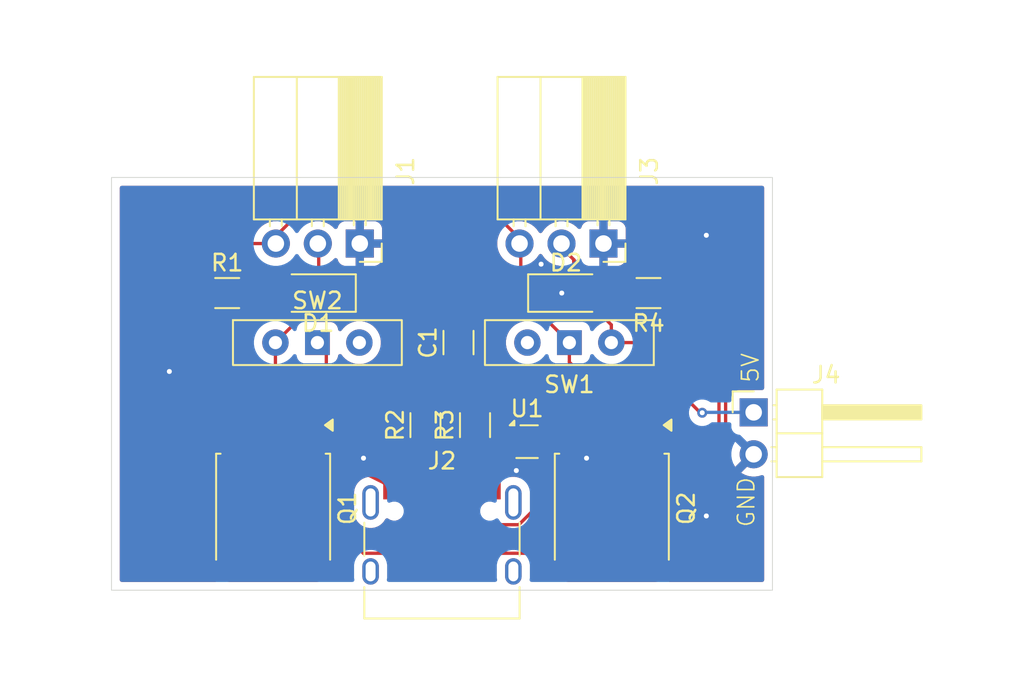
<source format=kicad_pcb>
(kicad_pcb (version 20241229) (generator "pcbnew") (generator_version "9.0")
  (layers (0 "F.Cu" signal) (2 "B.Cu" signal) (13 "F.Paste" user) (15 "B.Paste" user) (5 "F.SilkS" user "F.Silkscreen") (7 "B.SilkS" user "B.Silkscreen") (1 "F.Mask" user) (3 "B.Mask" user) (25 "Edge.Cuts" user))
  (net 0 "")
  (net 1 "GND")
  (net 2 "Net-(D1-A)")
  (net 3 "Net-(D2-A)")
  (net 4 "Net-(J1-Pin_2)")
  (net 5 "+5V")
  (net 6 "Net-(J3-Pin_2)")
  (net 7 "Net-(Q1-S)")
  (net 8 "Net-(Q2-S)")
  (net 9 "Net-(J2-CC1)")
  (net 10 "Net-(J2-CC2)")
  (net 11 "Net-(J2-D--PadA7)")
  (net 14 "Net-(J2-D+-PadA6)")
  (footprint "Capacitor_SMD:C_1206_3216Metric" (layer "F.Cu") (at 21 10 90)
    (property "Reference" "C1" (at 0 -1.85 90) (layer "F.SilkS"))
    (property "Value" "100nF")
    (fp_line (start -0.711252 -0.91) (end 0.711252 -0.91) (stroke (width 0.12)) (layer "F.SilkS"))
    (fp_line (start -0.711252 0.91) (end 0.711252 0.91) (stroke (width 0.12)) (layer "F.SilkS"))
    (pad "1" smd roundrect (at -1.475 0 90) (size 1.15 1.8) (layers "F.Cu" "F.Mask" "F.Paste") (roundrect_rratio 0.217391) (net 5 "+5V"))
    (pad "2" smd roundrect (at 1.475 0 90) (size 1.15 1.8) (layers "F.Cu" "F.Mask" "F.Paste") (roundrect_rratio 0.217391) (net 1 "GND"))
  )
  (footprint "Package_TO_SOT_SMD:TO-252-2" (layer "F.Cu") (at 9.78 20.04 -90)
    (property "Reference" "Q1" (at 0 -4.5 90) (layer "F.SilkS"))
    (property "Value" "QM6006D")
    (fp_line (start -3.31 3.45) (end -3.31 3.18) (stroke (width 0.12)) (layer "F.SilkS"))
    (fp_line (start 3.11 3.45) (end -3.31 3.45) (stroke (width 0.12)) (layer "F.SilkS"))
    (fp_line (start -3.31 -3.45) (end -3.31 -3.18) (stroke (width 0.12)) (layer "F.SilkS"))
    (fp_line (start 3.11 -3.45) (end -3.31 -3.45) (stroke (width 0.12)) (layer "F.SilkS"))
    (fp_poly (pts (xy -5.04 -3.14) (xy -5.38 -3.61) (xy -4.7 -3.61)) (stroke (width 0.12)) (fill yes) (layer "F.SilkS"))
    (pad "1" smd roundrect (at -5.04 -2.28 270) (size 2.2 1.2) (layers "F.Cu" "F.Mask" "F.Paste") (roundrect_rratio 0.208333) (net 4 "Net-(J1-Pin_2)"))
    (pad "2" smd roundrect (at 1.26 0 270) (size 6.4 5.8) (layers "F.Cu" "F.Mask") (roundrect_rratio 0.043103) (net 5 "+5V"))
    (pad "3" smd roundrect (at -5.04 2.28 270) (size 2.2 1.2) (layers "F.Cu" "F.Mask" "F.Paste") (roundrect_rratio 0.208333) (net 7 "Net-(Q1-S)"))
  )
  (footprint "Button_Switch_THT:SW_Slide-03_Wuerth-WS-SLTV_10x2.5x6.4_P2.54mm" (layer "F.Cu") (at 12.46 10)
    (property "Reference" "SW2" (at 0 -2.54 0) (layer "F.SilkS"))
    (property "Value" "SW_SPST")
    (fp_rect (start -5.11 -1.36) (end 5.11 1.36) (stroke (width 0.12)) (fill no) (layer "F.SilkS"))
    (pad "1" thru_hole rect (at 0 0) (size 1.5 1.5) (drill 0.8) (layers "*.Cu" "*.Mask") (net 5 "+5V"))
    (pad "2" thru_hole circle (at -2.54 0) (size 1.6 1.6) (drill 0.8) (layers "*.Cu" "*.Mask") (net 4 "Net-(J1-Pin_2)"))
    (pad "3" thru_hole circle (at 2.54 0) (size 1.6 1.6) (drill 0.8) (layers "*.Cu" "*.Mask"))
  )
  (footprint "Package_TO_SOT_SMD:SOT-666" (layer "F.Cu") (at 25.15 16)
    (property "Reference" "U1" (at 0 -2 0) (layer "F.SilkS"))
    (property "Value" "USBLC6-2P6")
    (fp_line (start 0.65 -0.99) (end -0.4 -0.99) (stroke (width 0.12)) (layer "F.SilkS"))
    (fp_line (start 0.65 0.99) (end -0.65 0.99) (stroke (width 0.12)) (layer "F.SilkS"))
    (fp_poly (pts (xy -0.77 -0.99) (xy -1.05 -0.99) (xy -0.77 -1.27) (xy -0.77 -0.99)) (stroke (width 0.12)) (fill yes) (layer "F.SilkS"))
    (pad "1" smd roundrect (at -0.85 -0.5375) (size 0.5 0.375) (layers "F.Cu" "F.Mask" "F.Paste") (net 11 "Net-(J2-D--PadA7)"))
    (pad "2" smd roundrect (at -0.925 0) (size 0.65 0.3) (layers "F.Cu" "F.Mask" "F.Paste") (net 1 "GND"))
    (pad "3" smd roundrect (at -0.85 0.5375) (size 0.5 0.375) (layers "F.Cu" "F.Mask" "F.Paste") (net 14 "Net-(J2-D+-PadA6)"))
    (pad "4" smd roundrect (at 0.85 0.5375) (size 0.5 0.375) (layers "F.Cu" "F.Mask" "F.Paste"))
    (pad "5" smd roundrect (at 0.925 0) (size 0.65 0.3) (layers "F.Cu" "F.Mask" "F.Paste") (net 5 "+5V"))
    (pad "6" smd roundrect (at 0.85 -0.5375) (size 0.5 0.375) (layers "F.Cu" "F.Mask" "F.Paste"))
  )
  (footprint "LED_SMD:LED_1206_3216Metric" (layer "F.Cu") (at 12.5 7 180)
    (property "Reference" "D1" (at 0 -1.83 0) (layer "F.SilkS"))
    (property "Value" "LED")
    (fp_line (start 1.6 -1.135) (end -2.285 -1.135) (stroke (width 0.12)) (layer "F.SilkS"))
    (fp_line (start -2.285 1.135) (end 1.6 1.135) (stroke (width 0.12)) (layer "F.SilkS"))
    (fp_line (start -2.285 -1.135) (end -2.285 1.135) (stroke (width 0.12)) (layer "F.SilkS"))
    (pad "1" smd roundrect (at -1.4 0 180) (size 1.25 1.75) (layers "F.Cu" "F.Mask" "F.Paste") (roundrect_rratio 0.2) (net 1 "GND"))
    (pad "2" smd roundrect (at 1.4 0 180) (size 1.25 1.75) (layers "F.Cu" "F.Mask" "F.Paste") (roundrect_rratio 0.2) (net 2 "Net-(D1-A)"))
  )
  (footprint "Resistor_SMD:R_1206_3216Metric" (layer "F.Cu") (at 19 15 90)
    (property "Reference" "R2" (at 0 -1.83 90) (layer "F.SilkS"))
    (property "Value" "5k1")
    (fp_line (start -0.727064 -0.91) (end 0.727064 -0.91) (stroke (width 0.12)) (layer "F.SilkS"))
    (fp_line (start -0.727064 0.91) (end 0.727064 0.91) (stroke (width 0.12)) (layer "F.SilkS"))
    (pad "1" smd roundrect (at -1.4625 0 90) (size 1.125 1.75) (layers "F.Cu" "F.Mask" "F.Paste") (roundrect_rratio 0.222222) (net 9 "Net-(J2-CC1)"))
    (pad "2" smd roundrect (at 1.4625 0 90) (size 1.125 1.75) (layers "F.Cu" "F.Mask" "F.Paste") (roundrect_rratio 0.222222) (net 1 "GND"))
  )
  (footprint "Resistor_SMD:R_1206_3216Metric" (layer "F.Cu") (at 32.5 7 180)
    (property "Reference" "R4" (at 0 -1.83 0) (layer "F.SilkS"))
    (property "Value" "R")
    (fp_line (start -0.727064 0.91) (end 0.727064 0.91) (stroke (width 0.12)) (layer "F.SilkS"))
    (fp_line (start -0.727064 -0.91) (end 0.727064 -0.91) (stroke (width 0.12)) (layer "F.SilkS"))
    (pad "1" smd roundrect (at -1.4625 0 180) (size 1.125 1.75) (layers "F.Cu" "F.Mask" "F.Paste") (roundrect_rratio 0.222222) (net 8 "Net-(Q2-S)"))
    (pad "2" smd roundrect (at 1.4625 0 180) (size 1.125 1.75) (layers "F.Cu" "F.Mask" "F.Paste") (roundrect_rratio 0.222222) (net 3 "Net-(D2-A)"))
  )
  (footprint "Connector_PinSocket_2.54mm:PinSocket_1x03_P2.54mm_Horizontal" (layer "F.Cu") (at 29.775 4 -90)
    (property "Reference" "J3" (at -4.38 -2.77 90) (layer "F.SilkS"))
    (property "Value" "Conn_01x03")
    (fp_line (start -10.09 6.41) (end -1.46 6.41) (stroke (width 0.12)) (layer "F.SilkS"))
    (fp_line (start -1.46 5.44) (end -1.05 5.44) (stroke (width 0.12)) (layer "F.SilkS"))
    (fp_line (start -1.46 4.72) (end -1.05 4.72) (stroke (width 0.12)) (layer "F.SilkS"))
    (fp_line (start -10.09 3.81) (end -1.46 3.81) (stroke (width 0.12)) (layer "F.SilkS"))
    (fp_line (start -1.46 2.9) (end -1.05 2.9) (stroke (width 0.12)) (layer "F.SilkS"))
    (fp_line (start -1.46 2.18) (end -1.05 2.18) (stroke (width 0.12)) (layer "F.SilkS"))
    (fp_line (start -10.09 1.27) (end -1.46 1.27) (stroke (width 0.12)) (layer "F.SilkS"))
    (fp_line (start -10.09 1.1519) (end -1.46 1.1519) (stroke (width 0.12)) (layer "F.SilkS"))
    (fp_line (start -10.09 1.033805) (end -1.46 1.033805) (stroke (width 0.12)) (layer "F.SilkS"))
    (fp_line (start -10.09 0.91571) (end -1.46 0.91571) (stroke (width 0.12)) (layer "F.SilkS"))
    (fp_line (start -10.09 0.797615) (end -1.46 0.797615) (stroke (width 0.12)) (layer "F.SilkS"))
    (fp_line (start -10.09 0.67952) (end -1.46 0.67952) (stroke (width 0.12)) (layer "F.SilkS"))
    (fp_line (start -10.09 0.561425) (end -1.46 0.561425) (stroke (width 0.12)) (layer "F.SilkS"))
    (fp_line (start -10.09 0.44333) (end -1.46 0.44333) (stroke (width 0.12)) (layer "F.SilkS"))
    (fp_line (start -1.46 0.36) (end -1.11 0.36) (stroke (width 0.12)) (layer "F.SilkS"))
    (fp_line (start -10.09 0.325235) (end -1.46 0.325235) (stroke (width 0.12)) (layer "F.SilkS"))
    (fp_line (start -10.09 0.20714) (end -1.46 0.20714) (stroke (width 0.12)) (layer "F.SilkS"))
    (fp_line (start -10.09 0.089045) (end -1.46 0.089045) (stroke (width 0.12)) (layer "F.SilkS"))
    (fp_line (start -10.09 -0.02905) (end -1.46 -0.02905) (stroke (width 0.12)) (layer "F.SilkS"))
    (fp_line (start -10.09 -0.147145) (end -1.46 -0.147145) (stroke (width 0.12)) (layer "F.SilkS"))
    (fp_line (start -10.09 -0.26524) (end -1.46 -0.26524) (stroke (width 0.12)) (layer "F.SilkS"))
    (fp_line (start -1.46 -0.36) (end -1.11 -0.36) (stroke (width 0.12)) (layer "F.SilkS"))
    (fp_line (start -10.09 -0.383335) (end -1.46 -0.383335) (stroke (width 0.12)) (layer "F.SilkS"))
    (fp_line (start -10.09 -0.50143) (end -1.46 -0.50143) (stroke (width 0.12)) (layer "F.SilkS"))
    (fp_line (start -10.09 -0.619525) (end -1.46 -0.619525) (stroke (width 0.12)) (layer "F.SilkS"))
    (fp_line (start -10.09 -0.73762) (end -1.46 -0.73762) (stroke (width 0.12)) (layer "F.SilkS"))
    (fp_line (start -10.09 -0.855715) (end -1.46 -0.855715) (stroke (width 0.12)) (layer "F.SilkS"))
    (fp_line (start -10.09 -0.97381) (end -1.46 -0.97381) (stroke (width 0.12)) (layer "F.SilkS"))
    (fp_line (start -10.09 -1.091905) (end -1.46 -1.091905) (stroke (width 0.12)) (layer "F.SilkS"))
    (fp_line (start -10.09 -1.21) (end -1.46 -1.21) (stroke (width 0.12)) (layer "F.SilkS"))
    (fp_line (start -10.09 -1.33) (end -10.09 6.41) (stroke (width 0.12)) (layer "F.SilkS"))
    (fp_line (start -10.09 -1.33) (end -1.46 -1.33) (stroke (width 0.12)) (layer "F.SilkS"))
    (fp_line (start -1.46 -1.33) (end -1.46 6.41) (stroke (width 0.12)) (layer "F.SilkS"))
    (fp_line (start 0 -1.33) (end 1.11 -1.33) (stroke (width 0.12)) (layer "F.SilkS"))
    (fp_line (start 1.11 -1.33) (end 1.11 0) (stroke (width 0.12)) (layer "F.SilkS"))
    (pad "1" thru_hole rect (at 0 0 270) (size 1.7 1.7) (drill 1) (layers "*.Cu" "*.Mask") (net 1 "GND"))
    (pad "2" thru_hole circle (at 0 2.54 270) (size 1.7 1.7) (drill 1) (layers "*.Cu" "*.Mask") (net 6 "Net-(J3-Pin_2)"))
    (pad "3" thru_hole circle (at 0 5.08 270) (size 1.7 1.7) (drill 1) (layers "*.Cu" "*.Mask") (net 5 "+5V"))
  )
  (footprint "Connector_USB:USB_C_Receptacle_HRO_TYPE-C-31-M-12" (layer "F.Cu") (at 20 22.81)
    (property "Reference" "J2" (at 0 -5.645 0) (layer "F.SilkS"))
    (property "Value" "USB_C_Receptacle_USB2.0_16P")
    (fp_line (start -4.7 -1.9) (end -4.7 0.1) (stroke (width 0.12)) (layer "F.SilkS"))
    (fp_line (start -4.7 2) (end -4.7 3.9) (stroke (width 0.12)) (layer "F.SilkS"))
    (fp_line (start -4.7 3.9) (end 4.7 3.9) (stroke (width 0.12)) (layer "F.SilkS"))
    (fp_line (start 4.7 -1.9) (end 4.7 0.1) (stroke (width 0.12)) (layer "F.SilkS"))
    (fp_line (start 4.7 2) (end 4.7 3.9) (stroke (width 0.12)) (layer "F.SilkS"))
    (pad "" np_thru_hole circle (at -2.89 -2.6) (size 0.65 0.65) (drill 0.65) (layers "*.Cu" "*.Mask"))
    (pad "" np_thru_hole circle (at 2.89 -2.6) (size 0.65 0.65) (drill 0.65) (layers "*.Cu" "*.Mask"))
    (pad "A1" smd rect (at -3.25 -4.045) (size 0.6 1.45) (layers "F.Cu" "F.Mask" "F.Paste") (net 1 "GND"))
    (pad "A4" smd rect (at -2.45 -4.045) (size 0.6 1.45) (layers "F.Cu" "F.Mask" "F.Paste") (net 5 "+5V"))
    (pad "A5" smd rect (at -1.25 -4.045) (size 0.3 1.45) (layers "F.Cu" "F.Mask" "F.Paste") (net 9 "Net-(J2-CC1)"))
    (pad "A6" smd rect (at -0.25 -4.045) (size 0.3 1.45) (layers "F.Cu" "F.Mask" "F.Paste") (net 14 "Net-(J2-D+-PadA6)"))
    (pad "A7" smd rect (at 0.25 -4.045) (size 0.3 1.45) (layers "F.Cu" "F.Mask" "F.Paste") (net 11 "Net-(J2-D--PadA7)"))
    (pad "A8" smd rect (at 1.25 -4.045) (size 0.3 1.45) (layers "F.Cu" "F.Mask" "F.Paste"))
    (pad "A9" smd rect (at 2.45 -4.045) (size 0.6 1.45) (layers "F.Cu" "F.Mask" "F.Paste") (net 5 "+5V"))
    (pad "A12" smd rect (at 3.25 -4.045) (size 0.6 1.45) (layers "F.Cu" "F.Mask" "F.Paste") (net 1 "GND"))
    (pad "B1" smd rect (at 3.25 -4.045) (size 0.6 1.45) (layers "F.Cu" "F.Mask" "F.Paste") (net 1 "GND"))
    (pad "B4" smd rect (at 2.45 -4.045) (size 0.6 1.45) (layers "F.Cu" "F.Mask" "F.Paste") (net 5 "+5V"))
    (pad "B5" smd rect (at 1.75 -4.045) (size 0.3 1.45) (layers "F.Cu" "F.Mask" "F.Paste") (net 10 "Net-(J2-CC2)"))
    (pad "B6" smd rect (at 0.75 -4.045) (size 0.3 1.45) (layers "F.Cu" "F.Mask" "F.Paste") (net 14 "Net-(J2-D+-PadA6)"))
    (pad "B7" smd rect (at -0.75 -4.045) (size 0.3 1.45) (layers "F.Cu" "F.Mask" "F.Paste") (net 11 "Net-(J2-D--PadA7)"))
    (pad "B8" smd rect (at -1.75 -4.045) (size 0.3 1.45) (layers "F.Cu" "F.Mask" "F.Paste"))
    (pad "B9" smd rect (at -2.45 -4.045) (size 0.6 1.45) (layers "F.Cu" "F.Mask" "F.Paste") (net 5 "+5V"))
    (pad "B12" smd rect (at -3.25 -4.045) (size 0.6 1.45) (layers "F.Cu" "F.Mask" "F.Paste") (net 1 "GND"))
    (pad "S1" thru_hole oval (at -4.32 -3.13) (size 1 2.1) (drill oval 0.6 1.7) (property pad_prop_heatsink) (layers "*.Cu" "*.Mask"))
    (pad "S1" thru_hole oval (at -4.32 1.05) (size 1 1.6) (drill oval 0.6 1.2) (property pad_prop_heatsink) (layers "*.Cu" "*.Mask"))
    (pad "S1" thru_hole oval (at 4.32 -3.13) (size 1 2.1) (drill oval 0.6 1.7) (property pad_prop_heatsink) (layers "*.Cu" "*.Mask"))
    (pad "S1" thru_hole oval (at 4.32 1.05) (size 1 1.6) (drill oval 0.6 1.2) (property pad_prop_heatsink) (layers "*.Cu" "*.Mask"))
  )
  (footprint "Button_Switch_THT:SW_Slide-03_Wuerth-WS-SLTV_10x2.5x6.4_P2.54mm" (layer "F.Cu") (at 27.71 10 180)
    (property "Reference" "SW1" (at 0 -2.54 0) (layer "F.SilkS"))
    (property "Value" "SW_SPST")
    (fp_rect (start -5.11 -1.36) (end 5.11 1.36) (stroke (width 0.12)) (fill no) (layer "F.SilkS"))
    (pad "1" thru_hole rect (at 0 0 180) (size 1.5 1.5) (drill 0.8) (layers "*.Cu" "*.Mask") (net 5 "+5V"))
    (pad "2" thru_hole circle (at -2.54 0 180) (size 1.6 1.6) (drill 0.8) (layers "*.Cu" "*.Mask") (net 6 "Net-(J3-Pin_2)"))
    (pad "3" thru_hole circle (at 2.54 0 180) (size 1.6 1.6) (drill 0.8) (layers "*.Cu" "*.Mask"))
  )
  (footprint "Resistor_SMD:R_1206_3216Metric" (layer "F.Cu") (at 7 7)
    (property "Reference" "R1" (at 0 -1.83 0) (layer "F.SilkS"))
    (property "Value" "R")
    (fp_line (start -0.727064 -0.91) (end 0.727064 -0.91) (stroke (width 0.12)) (layer "F.SilkS"))
    (fp_line (start -0.727064 0.91) (end 0.727064 0.91) (stroke (width 0.12)) (layer "F.SilkS"))
    (pad "1" smd roundrect (at -1.4625 0) (size 1.125 1.75) (layers "F.Cu" "F.Mask" "F.Paste") (roundrect_rratio 0.222222) (net 7 "Net-(Q1-S)"))
    (pad "2" smd roundrect (at 1.4625 0) (size 1.125 1.75) (layers "F.Cu" "F.Mask" "F.Paste") (roundrect_rratio 0.222222) (net 2 "Net-(D1-A)"))
  )
  (footprint "LED_SMD:LED_1206_3216Metric" (layer "F.Cu") (at 27.5 7)
    (property "Reference" "D2" (at 0 -1.83 0) (layer "F.SilkS"))
    (property "Value" "LED")
    (fp_line (start -2.285 -1.135) (end -2.285 1.135) (stroke (width 0.12)) (layer "F.SilkS"))
    (fp_line (start -2.285 1.135) (end 1.6 1.135) (stroke (width 0.12)) (layer "F.SilkS"))
    (fp_line (start 1.6 -1.135) (end -2.285 -1.135) (stroke (width 0.12)) (layer "F.SilkS"))
    (pad "1" smd roundrect (at -1.4 0) (size 1.25 1.75) (layers "F.Cu" "F.Mask" "F.Paste") (roundrect_rratio 0.2) (net 1 "GND"))
    (pad "2" smd roundrect (at 1.4 0) (size 1.25 1.75) (layers "F.Cu" "F.Mask" "F.Paste") (roundrect_rratio 0.2) (net 3 "Net-(D2-A)"))
  )
  (footprint "Resistor_SMD:R_1206_3216Metric" (layer "F.Cu") (at 22 15 90)
    (property "Reference" "R3" (at 0 -1.83 90) (layer "F.SilkS"))
    (property "Value" "5k1")
    (fp_line (start -0.727064 -0.91) (end 0.727064 -0.91) (stroke (width 0.12)) (layer "F.SilkS"))
    (fp_line (start -0.727064 0.91) (end 0.727064 0.91) (stroke (width 0.12)) (layer "F.SilkS"))
    (pad "1" smd roundrect (at -1.4625 0 90) (size 1.125 1.75) (layers "F.Cu" "F.Mask" "F.Paste") (roundrect_rratio 0.222222) (net 10 "Net-(J2-CC2)"))
    (pad "2" smd roundrect (at 1.4625 0 90) (size 1.125 1.75) (layers "F.Cu" "F.Mask" "F.Paste") (roundrect_rratio 0.222222) (net 1 "GND"))
  )
  (footprint "Connector_PinSocket_2.54mm:PinSocket_1x03_P2.54mm_Horizontal" (layer "F.Cu") (at 15.025 4 -90)
    (property "Reference" "J1" (at -4.38 -2.77 90) (layer "F.SilkS"))
    (property "Value" "Conn_01x03")
    (fp_line (start -10.09 6.41) (end -1.46 6.41) (stroke (width 0.12)) (layer "F.SilkS"))
    (fp_line (start -1.46 5.44) (end -1.05 5.44) (stroke (width 0.12)) (layer "F.SilkS"))
    (fp_line (start -1.46 4.72) (end -1.05 4.72) (stroke (width 0.12)) (layer "F.SilkS"))
    (fp_line (start -10.09 3.81) (end -1.46 3.81) (stroke (width 0.12)) (layer "F.SilkS"))
    (fp_line (start -1.46 2.9) (end -1.05 2.9) (stroke (width 0.12)) (layer "F.SilkS"))
    (fp_line (start -1.46 2.18) (end -1.05 2.18) (stroke (width 0.12)) (layer "F.SilkS"))
    (fp_line (start -10.09 1.27) (end -1.46 1.27) (stroke (width 0.12)) (layer "F.SilkS"))
    (fp_line (start -10.09 1.1519) (end -1.46 1.1519) (stroke (width 0.12)) (layer "F.SilkS"))
    (fp_line (start -10.09 1.033805) (end -1.46 1.033805) (stroke (width 0.12)) (layer "F.SilkS"))
    (fp_line (start -10.09 0.91571) (end -1.46 0.91571) (stroke (width 0.12)) (layer "F.SilkS"))
    (fp_line (start -10.09 0.797615) (end -1.46 0.797615) (stroke (width 0.12)) (layer "F.SilkS"))
    (fp_line (start -10.09 0.67952) (end -1.46 0.67952) (stroke (width 0.12)) (layer "F.SilkS"))
    (fp_line (start -10.09 0.561425) (end -1.46 0.561425) (stroke (width 0.12)) (layer "F.SilkS"))
    (fp_line (start -10.09 0.44333) (end -1.46 0.44333) (stroke (width 0.12)) (layer "F.SilkS"))
    (fp_line (start -1.46 0.36) (end -1.11 0.36) (stroke (width 0.12)) (layer "F.SilkS"))
    (fp_line (start -10.09 0.325235) (end -1.46 0.325235) (stroke (width 0.12)) (layer "F.SilkS"))
    (fp_line (start -10.09 0.20714) (end -1.46 0.20714) (stroke (width 0.12)) (layer "F.SilkS"))
    (fp_line (start -10.09 0.089045) (end -1.46 0.089045) (stroke (width 0.12)) (layer "F.SilkS"))
    (fp_line (start -10.09 -0.02905) (end -1.46 -0.02905) (stroke (width 0.12)) (layer "F.SilkS"))
    (fp_line (start -10.09 -0.147145) (end -1.46 -0.147145) (stroke (width 0.12)) (layer "F.SilkS"))
    (fp_line (start -10.09 -0.26524) (end -1.46 -0.26524) (stroke (width 0.12)) (layer "F.SilkS"))
    (fp_line (start -1.46 -0.36) (end -1.11 -0.36) (stroke (width 0.12)) (layer "F.SilkS"))
    (fp_line (start -10.09 -0.383335) (end -1.46 -0.383335) (stroke (width 0.12)) (layer "F.SilkS"))
    (fp_line (start -10.09 -0.50143) (end -1.46 -0.50143) (stroke (width 0.12)) (layer "F.SilkS"))
    (fp_line (start -10.09 -0.619525) (end -1.46 -0.619525) (stroke (width 0.12)) (layer "F.SilkS"))
    (fp_line (start -10.09 -0.73762) (end -1.46 -0.73762) (stroke (width 0.12)) (layer "F.SilkS"))
    (fp_line (start -10.09 -0.855715) (end -1.46 -0.855715) (stroke (width 0.12)) (layer "F.SilkS"))
    (fp_line (start -10.09 -0.97381) (end -1.46 -0.97381) (stroke (width 0.12)) (layer "F.SilkS"))
    (fp_line (start -10.09 -1.091905) (end -1.46 -1.091905) (stroke (width 0.12)) (layer "F.SilkS"))
    (fp_line (start -10.09 -1.21) (end -1.46 -1.21) (stroke (width 0.12)) (layer "F.SilkS"))
    (fp_line (start -10.09 -1.33) (end -10.09 6.41) (stroke (width 0.12)) (layer "F.SilkS"))
    (fp_line (start -10.09 -1.33) (end -1.46 -1.33) (stroke (width 0.12)) (layer "F.SilkS"))
    (fp_line (start -1.46 -1.33) (end -1.46 6.41) (stroke (width 0.12)) (layer "F.SilkS"))
    (fp_line (start 0 -1.33) (end 1.11 -1.33) (stroke (width 0.12)) (layer "F.SilkS"))
    (fp_line (start 1.11 -1.33) (end 1.11 0) (stroke (width 0.12)) (layer "F.SilkS"))
    (pad "1" thru_hole rect (at 0 0 270) (size 1.7 1.7) (drill 1) (layers "*.Cu" "*.Mask") (net 1 "GND"))
    (pad "2" thru_hole circle (at 0 2.54 270) (size 1.7 1.7) (drill 1) (layers "*.Cu" "*.Mask") (net 4 "Net-(J1-Pin_2)"))
    (pad "3" thru_hole circle (at 0 5.08 270) (size 1.7 1.7) (drill 1) (layers "*.Cu" "*.Mask") (net 5 "+5V"))
  )
  (footprint "Connector_PinHeader_2.54mm:PinHeader_1x02_P2.54mm_Horizontal" (layer "F.Cu") (at 38.865 14.225)
    (property "Reference" "J4" (at 4.385 -2.27 0) (layer "F.SilkS"))
    (property "Value" "Conn_01x02")
    (fp_line (start -1.27 -1.27) (end 0 -1.27) (stroke (width 0.12)) (layer "F.SilkS"))
    (fp_line (start -1.27 0) (end -1.27 -1.27) (stroke (width 0.12)) (layer "F.SilkS"))
    (fp_line (start 1.077358 2.11) (end 1.39 2.11) (stroke (width 0.12)) (layer "F.SilkS"))
    (fp_line (start 1.077358 2.97) (end 1.39 2.97) (stroke (width 0.12)) (layer "F.SilkS"))
    (fp_line (start 1.16 -0.43) (end 1.39 -0.43) (stroke (width 0.12)) (layer "F.SilkS"))
    (fp_line (start 1.16 0.43) (end 1.39 0.43) (stroke (width 0.12)) (layer "F.SilkS"))
    (fp_line (start 1.39 -1.38) (end 1.39 3.92) (stroke (width 0.12)) (layer "F.SilkS"))
    (fp_line (start 1.39 1.27) (end 4.15 1.27) (stroke (width 0.12)) (layer "F.SilkS"))
    (fp_line (start 1.39 3.92) (end 4.15 3.92) (stroke (width 0.12)) (layer "F.SilkS"))
    (fp_line (start 4.15 -1.38) (end 1.39 -1.38) (stroke (width 0.12)) (layer "F.SilkS"))
    (fp_line (start 4.15 2.11) (end 10.15 2.11) (stroke (width 0.12)) (layer "F.SilkS"))
    (fp_line (start 4.15 3.92) (end 4.15 -1.38) (stroke (width 0.12)) (layer "F.SilkS"))
    (fp_line (start 10.15 2.11) (end 10.15 2.97) (stroke (width 0.12)) (layer "F.SilkS"))
    (fp_line (start 10.15 2.97) (end 4.15 2.97) (stroke (width 0.12)) (layer "F.SilkS"))
    (fp_rect (start 4.15 -0.43) (end 10.15 0.43) (stroke (width 0.12)) (fill yes) (layer "F.SilkS"))
    (pad "1" thru_hole rect (at 0 0) (size 1.7 1.7) (drill 1) (layers "*.Cu" "*.Mask") (net 5 "+5V"))
    (pad "2" thru_hole circle (at 0 2.54) (size 1.7 1.7) (drill 1) (layers "*.Cu" "*.Mask") (net 1 "GND"))
  )
  (footprint "Package_TO_SOT_SMD:TO-252-2" (layer "F.Cu") (at 30.28 20.04 -90)
    (property "Reference" "Q2" (at 0 -4.5 90) (layer "F.SilkS"))
    (property "Value" "QM6006D")
    (fp_line (start -3.31 3.45) (end -3.31 3.18) (stroke (width 0.12)) (layer "F.SilkS"))
    (fp_line (start 3.11 3.45) (end -3.31 3.45) (stroke (width 0.12)) (layer "F.SilkS"))
    (fp_line (start -3.31 -3.45) (end -3.31 -3.18) (stroke (width 0.12)) (layer "F.SilkS"))
    (fp_line (start 3.11 -3.45) (end -3.31 -3.45) (stroke (width 0.12)) (layer "F.SilkS"))
    (fp_poly (pts (xy -5.04 -3.14) (xy -5.38 -3.61) (xy -4.7 -3.61)) (stroke (width 0.12)) (fill yes) (layer "F.SilkS"))
    (pad "1" smd roundrect (at -5.04 -2.28 270) (size 2.2 1.2) (layers "F.Cu" "F.Mask" "F.Paste") (roundrect_rratio 0.208333) (net 6 "Net-(J3-Pin_2)"))
    (pad "2" smd roundrect (at 1.26 0 270) (size 6.4 5.8) (layers "F.Cu" "F.Mask") (roundrect_rratio 0.043103) (net 5 "+5V"))
    (pad "3" smd roundrect (at -5.04 2.28 270) (size 2.2 1.2) (layers "F.Cu" "F.Mask" "F.Paste") (roundrect_rratio 0.208333) (net 8 "Net-(Q2-S)"))
  )
  (gr_poly (pts (xy 15.5 18) (xy 16 17.5) (xy 17 17.5) (xy 16.5 18.5)) (stroke (width 0.2)) (fill yes) (layer "F.Cu") (net 1))
  (gr_rect (start 0 0) (end 40 25) (stroke (width 0.05)) (fill no) (layer "Edge.Cuts"))
  (gr_text "GND\n" (at 39 21.25 90) (layer "F.SilkS") (effects (font (size 1 1) (thickness 0.1)) (justify left bottom)))
  (gr_text "5V\n" (at 39.25 12.5 90) (layer "F.SilkS") (effects (font (size 1 1) (thickness 0.1)) (justify left bottom)))
  (segment (start 16.75 18.765) (end 16.75 18.25) (width 0.2) (layer "F.Cu") (net 1))
  (segment (start 16.75 17.75) (end 17 17.5) (width 0.2) (layer "F.Cu") (net 1))
  (segment (start 16.75 18.765) (end 16.75 17.75) (width 0.2) (layer "F.Cu") (net 1))
  (segment (start 23.25 15.25) (end 23 15) (width 0.2) (layer "F.Cu") (net 1))
  (segment (start 25 15.573358) (end 25 15) (width 0.2) (layer "F.Cu") (net 1))
  (segment (start 23.25 18.765) (end 23.25 15.25) (width 0.2) (layer "F.Cu") (net 1))
  (segment (start 15.985 18) (end 16.75 18.765) (width 0.2) (layer "F.Cu") (net 1))
  (segment (start 15.985 18) (end 15.5 18) (width 0.2) (layer "F.Cu") (net 1))
  (segment (start 27.25 7) (end 26.1 7) (width 0.2) (layer "F.Cu") (net 1))
  (segment (start 16.75 18.25) (end 16 17.5) (width 0.2) (layer "F.Cu") (net 1))
  (segment (start 17 17.5) (end 17 16.5) (width 0.2) (layer "F.Cu") (net 1))
  (segment (start 24.573358 16) (end 25 15.573358) (width 0.2) (layer "F.Cu") (net 1))
  (segment (start 23.25 15.25) (end 24 16) (width 0.2) (layer "F.Cu") (net 1))
  (segment (start 24 16) (end 24.225 16) (width 0.2) (layer "F.Cu") (net 1))
  (segment (start 24.225 16) (end 24.573358 16) (width 0.2) (layer "F.Cu") (net 1))
  (via (at 36 20.5) (size 0.6) (drill 0.3) (layers "F.Cu" "B.Cu") (net 1))
  (via (at 15.25 17) (size 0.6) (drill 0.3) (layers "F.Cu" "B.Cu") (net 1))
  (via (at 27.25 7) (size 0.6) (drill 0.3) (layers "F.Cu" "B.Cu") (net 1))
  (via (at 26 5.25) (size 0.6) (drill 0.3) (layers "F.Cu" "B.Cu") (net 1))
  (via (at 28.75 17) (size 0.6) (drill 0.3) (layers "F.Cu" "B.Cu") (net 1))
  (via (at 36 3.5) (size 0.6) (drill 0.3) (layers "F.Cu" "B.Cu") (net 1))
  (via (at 24.5 17.75) (size 0.6) (drill 0.3) (layers "F.Cu" "B.Cu") (net 1))
  (via (at 3.5 11.75) (size 0.6) (drill 0.3) (layers "F.Cu" "B.Cu") (net 1))
  (segment (start 8.4625 7) (end 11.1 7) (width 0.2) (layer "F.Cu") (net 2))
  (segment (start 29.1 7) (end 29.151 6.949) (width 0.2) (layer "F.Cu") (net 3))
  (segment (start 28.9 7) (end 31.0375 7) (width 0.2) (layer "F.Cu") (net 3))
  (segment (start 28.475 7) (end 29.1 7) (width 0.2) (layer "F.Cu") (net 3))
  (segment (start 9.92 13.92) (end 11 15) (width 0.2) (layer "F.Cu") (net 4))
  (segment (start 9.92 10) (end 12.54 7.38) (width 0.2) (layer "F.Cu") (net 4))
  (segment (start 9.92 10) (end 9.92 13.92) (width 0.2) (layer "F.Cu") (net 4))
  (segment (start 11 15) (end 12.06 15) (width 0.2) (layer "F.Cu") (net 4))
  (segment (start 12.54 7.38) (end 12.54 4) (width 0.2) (layer "F.Cu") (net 4))
  (segment (start 24.77 3.77) (end 24.77 4) (width 0.2) (layer "F.Cu") (net 5))
  (segment (start 25.449 16.277642) (end 25.726642 16) (width 0.2) (layer "F.Cu") (net 5))
  (segment (start 32.865 11.475) (end 35.615 14.225) (width 0.2) (layer "F.Cu") (net 5))
  (segment (start 24.77 4) (end 24.88616 4) (width 0.2) (layer "F.Cu") (net 5))
  (segment (start 27.71 11.185) (end 28 11.475) (width 0.2) (layer "F.Cu") (net 5))
  (segment (start 10 3.5) (end 12 1.5) (width 0.2) (layer "F.Cu") (net 5))
  (segment (start 26.259 22.759) (end 15.241 22.759) (width 0.2) (layer "F.Cu") (net 5))
  (segment (start 13 18.58) (end 9.78 21.8) (width 0.2) (layer "F.Cu") (net 5))
  (segment (start 10 4) (end 6.81384 4) (width 0.2) (layer "F.Cu") (net 5))
  (segment (start 6.81384 4) (end 4.674 6.13984) (width 0.2) (layer "F.Cu") (net 5))
  (segment (start 22 21) (end 23 21) (width 0.2) (layer "F.Cu") (net 5))
  (segment (start 17.55 19.69) (end 17.55 18.765) (width 0.2) (layer "F.Cu") (net 5))
  (segment (start 23 21) (end 23.031 21.031) (width 0.2) (layer "F.Cu") (net 5))
  (segment (start 35.725 14.225) (end 35.75 14.25) (width 0.2) (layer "F.Cu") (net 5))
  (segment (start 12 1.5) (end 22.5 1.5) (width 0.2) (layer "F.Cu") (net 5))
  (segment (start 13 10.54) (end 13 18.58) (width 0.2) (layer "F.Cu") (net 5))
  (segment (start 10 4) (end 10 3.5) (width 0.2) (layer "F.Cu") (net 5))
  (segment (start 26.075 16) (end 26.399999 16) (width 0.2) (layer "F.Cu") (net 5))
  (segment (start 25.449 20.233785) (end 25.449 16.277642) (width 0.2) (layer "F.Cu") (net 5))
  (segment (start 22.45 18.765) (end 22.45 19.693992) (width 0.2) (layer "F.Cu") (net 5))
  (segment (start 26.551 15.848999) (end 26.551 15.026) (width 0.2) (layer "F.Cu") (net 5))
  (segment (start 29.08 23) (end 26.5 23) (width 0.2) (layer "F.Cu") (net 5))
  (segment (start 22 21) (end 18.86 21) (width 0.2) (layer "F.Cu") (net 5))
  (segment (start 26.287 8.577) (end 27.71 10) (width 0.2) (layer "F.Cu") (net 5))
  (segment (start 25.89084 8.577) (end 26.287 8.577) (width 0.2) (layer "F.Cu") (net 5))
  (segment (start 14.282 21.8) (end 9.78 21.8) (width 0.2) (layer "F.Cu") (net 5))
  (segment (start 35.615 14.225) (end 35.725 14.225) (width 0.2) (layer "F.Cu") (net 5))
  (segment (start 22.45 19.693992) (end 22 20.143992) (width 0.2) (layer "F.Cu") (net 5))
  (segment (start 24.77 7.45616) (end 24.77 4) (width 0.2) (layer "F.Cu") (net 5))
  (segment (start 25.89084 8.577) (end 24.77 7.45616) (width 0.2) (layer "F.Cu") (net 5))
  (segment (start 26.399999 16) (end 26.551 15.848999) (width 0.2) (layer "F.Cu") (net 5))
  (segment (start 28 11.475) (end 32.865 11.475) (width 0.2) (layer "F.Cu") (net 5))
  (segment (start 26.5 23) (end 26.259 22.759) (width 0.2) (layer "F.Cu") (net 5))
  (segment (start 15.241 22.759) (end 14.282 21.8) (width 0.2) (layer "F.Cu") (net 5))
  (segment (start 23.031 21.031) (end 24.651785 21.031) (width 0.2) (layer "F.Cu") (net 5))
  (segment (start 24.651785 21.031) (end 25.449 20.233785) (width 0.2) (layer "F.Cu") (net 5))
  (segment (start 12.46 10) (end 13 10.54) (width 0.2) (layer "F.Cu") (net 5))
  (segment (start 26.551 15.026) (end 24.025 12.5) (width 0.2) (layer "F.Cu") (net 5))
  (segment (start 4.674 16.694) (end 9.78 21.8) (width 0.2) (layer "F.Cu") (net 5))
  (segment (start 18.86 21) (end 17.55 19.69) (width 0.2) (layer "F.Cu") (net 5))
  (segment (start 4.674 6.13984) (end 4.674 16.694) (width 0.2) (layer "F.Cu") (net 5))
  (segment (start 27.71 10) (end 27.71 11.185) (width 0.2) (layer "F.Cu") (net 5))
  (segment (start 30.28 21.8) (end 29.08 23) (width 0.2) (layer "F.Cu") (net 5))
  (segment (start 21 11.475) (end 28 11.475) (width 0.2) (layer "F.Cu") (net 5))
  (segment (start 22.5 1.5) (end 24.77 3.77) (width 0.2) (layer "F.Cu") (net 5))
  (segment (start 24.025 12.5) (end 24.025 11.5) (width 0.2) (layer "F.Cu") (net 5))
  (segment (start 22 20.143992) (end 22 21) (width 0.2) (layer "F.Cu") (net 5))
  (segment (start 25.726642 16) (end 26.075 16) (width 0.2) (layer "F.Cu") (net 5))
  (via (at 35.75 14.25) (size 0.6) (drill 0.3) (layers "F.Cu" "B.Cu") (net 5))
  (segment (start 35.75 14.25) (end 35.775 14.225) (width 0.2) (layer "B.Cu") (net 5))
  (segment (start 35.775 14.225) (end 38.615 14.225) (width 0.2) (layer "B.Cu") (net 5))
  (segment (start 36.642 15.5) (end 36.766 15.376) (width 0.2) (layer "F.Cu") (net 6))
  (segment (start 32.56 15.06) (end 33 15.5) (width 0.2) (layer "F.Cu") (net 6))
  (segment (start 32.56 15) (end 32.56 15.06) (width 0.2) (layer "F.Cu") (net 6))
  (segment (start 33 15.5) (end 36.642 15.5) (width 0.2) (layer "F.Cu") (net 6))
  (segment (start 30.25 10) (end 30.25 8.926) (width 0.2) (layer "F.Cu") (net 6))
  (segment (start 28.176 8.176) (end 27.974 7.974) (width 0.2) (layer "F.Cu") (net 6))
  (segment (start 36.766 15.376) (end 36.766 12.63463) (width 0.2) (layer "F.Cu") (net 6))
  (segment (start 30.25 8.926) (end 29.5 8.176) (width 0.2) (layer "F.Cu") (net 6))
  (segment (start 27.31 4.31) (end 27.31 4) (width 0.2) (layer "F.Cu") (net 6))
  (segment (start 29.5 8.176) (end 28.176 8.176) (width 0.2) (layer "F.Cu") (net 6))
  (segment (start 32.56 15.5) (end 33 15.5) (width 0.2) (layer "F.Cu") (net 6))
  (segment (start 27.974 7.974) (end 27.974 5.026) (width 0.2) (layer "F.Cu") (net 6))
  (segment (start 36.766 12.63463) (end 34.13137 10) (width 0.2) (layer "F.Cu") (net 6))
  (segment (start 28 5) (end 27.31 4.31) (width 0.2) (layer "F.Cu") (net 6))
  (segment (start 27.974 5.026) (end 28 5) (width 0.2) (layer "F.Cu") (net 6))
  (segment (start 34.13137 10) (end 30.25 10) (width 0.2) (layer "F.Cu") (net 6))
  (segment (start 6 15) (end 7.5 15) (width 0.2) (layer "F.Cu") (net 7))
  (segment (start 5.5375 14.5375) (end 6 15) (width 0.2) (layer "F.Cu") (net 7))
  (segment (start 5.5375 7) (end 5.5375 14.5375) (width 0.2) (layer "F.Cu") (net 7))
  (segment (start 34.47224 17.25) (end 31.66906 17.25) (width 0.2) (layer "F.Cu") (net 8))
  (segment (start 35.13824 17.916) (end 34.47224 17.25) (width 0.2) (layer "F.Cu") (net 8))
  (segment (start 37.167 16.84076) (end 36.09176 17.916) (width 0.2) (layer "F.Cu") (net 8))
  (segment (start 36.09176 17.916) (end 35.13824 17.916) (width 0.2) (layer "F.Cu") (net 8))
  (segment (start 31.66906 17.25) (end 29.41906 15) (width 0.2) (layer "F.Cu") (net 8))
  (segment (start 37.167 7.2045) (end 37.167 16.84076) (width 0.2) (layer "F.Cu") (net 8))
  (segment (start 33.9625 7) (end 36.9625 7) (width 0.2) (layer "F.Cu") (net 8))
  (segment (start 36.9625 7) (end 37.167 7.2045) (width 0.2) (layer "F.Cu") (net 8))
  (segment (start 29.41906 15) (end 28 15) (width 0.2) (layer "F.Cu") (net 8))
  (segment (start 18.75 16.7125) (end 18.75 18.765) (width 0.2) (layer "F.Cu") (net 9))
  (segment (start 19 16.4625) (end 18.75 16.7125) (width 0.2) (layer "F.Cu") (net 9))
  (segment (start 21.75 16.7125) (end 21.75 18.765) (width 0.2) (layer "F.Cu") (net 10))
  (segment (start 22 16.4625) (end 21.75 16.7125) (width 0.2) (layer "F.Cu") (net 10))
  (zone (net 1) (net_name "GND") (layers "F.Cu" "B.Cu") (connect_pads (clearance 0.5)) (min_thickness 0.25) (fill yes (thermal_gap 0.5) (thermal_bridge_width 0.5))
    (polygon (pts (xy -3.75 -10.5) (xy 55.25 -10.75) (xy 54.25 31) (xy -6.75 28.25)))
  )
)
</source>
